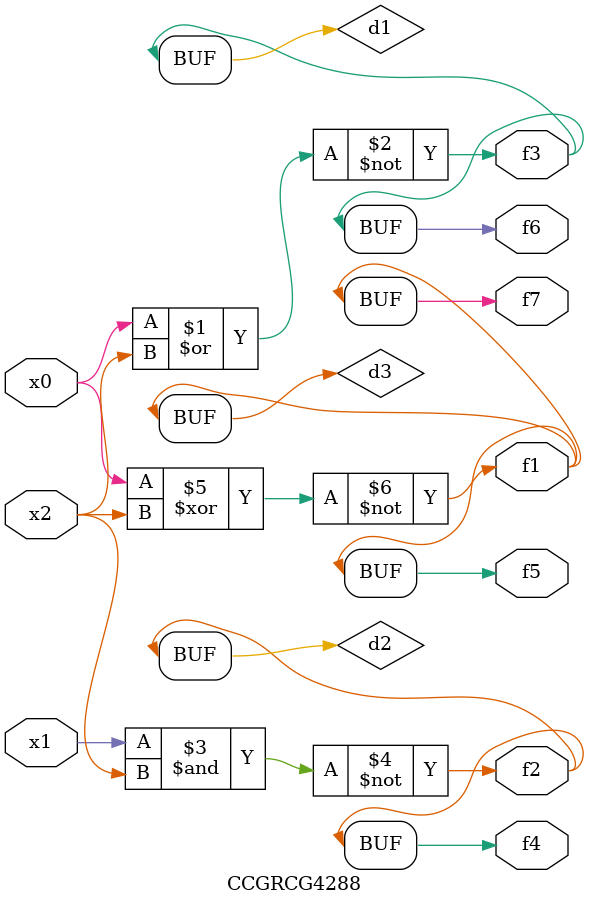
<source format=v>
module CCGRCG4288(
	input x0, x1, x2,
	output f1, f2, f3, f4, f5, f6, f7
);

	wire d1, d2, d3;

	nor (d1, x0, x2);
	nand (d2, x1, x2);
	xnor (d3, x0, x2);
	assign f1 = d3;
	assign f2 = d2;
	assign f3 = d1;
	assign f4 = d2;
	assign f5 = d3;
	assign f6 = d1;
	assign f7 = d3;
endmodule

</source>
